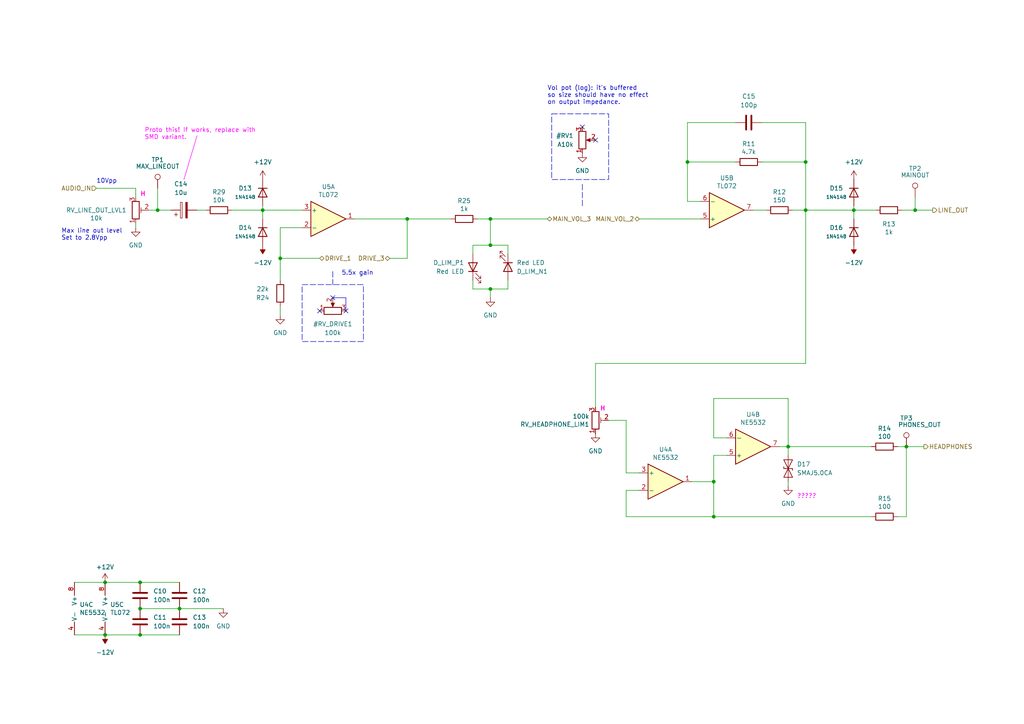
<source format=kicad_sch>
(kicad_sch (version 20250114) (generator "eeschema") (generator_version "9.0")
  (paper "A4")
  (lib_symbols
    (symbol "Amplifier_Operational:NE5532" (pin_names (offset 0.127))
      (property "Reference" "U" (at 0 5.08 0))
      (property "Value" "NE5532" (at 0 -5.08 0))
      (symbol "NE5532_1_1"
        (polyline (pts (xy -5.08 5.08) (xy 5.08 0) (xy -5.08 -5.08) (xy -5.08 5.08)) (stroke (width 0.254)) (fill (type background)))
        (pin input line (at -7.62 2.54 0) (length 2.54) (name "+") (number "3"))
        (pin input line (at -7.62 -2.54 0) (length 2.54) (name "-") (number "2"))
        (pin output line (at 7.62 0 180) (length 2.54) (name "~") (number "1"))
      )
      (symbol "NE5532_2_1"
        (polyline (pts (xy -5.08 5.08) (xy 5.08 0) (xy -5.08 -5.08) (xy -5.08 5.08)) (stroke (width 0.254)) (fill (type background)))
        (pin input line (at -7.62 2.54 0) (length 2.54) (name "+") (number "5"))
        (pin input line (at -7.62 -2.54 0) (length 2.54) (name "-") (number "6"))
        (pin output line (at 7.62 0 180) (length 2.54) (name "~") (number "7"))
      )
      (symbol "NE5532_3_1"
        (pin power_in line (at -2.54 7.62 270) (length 3.81) (name "V+") (number "8"))
        (pin power_in line (at -2.54 -7.62 90) (length 3.81) (name "V-") (number "4"))
      )
    )
    (symbol "Amplifier_Operational:TL072" (pin_names (offset 0.127))
      (property "Reference" "U" (at 0 5.08 0))
      (property "Value" "TL072" (at 0 -5.08 0))
      (symbol "TL072_1_1"
        (polyline (pts (xy -5.08 5.08) (xy 5.08 0) (xy -5.08 -5.08) (xy -5.08 5.08)) (stroke (width 0.254)) (fill (type background)))
        (pin input line (at -7.62 2.54 0) (length 2.54) (name "+") (number "3"))
        (pin input line (at -7.62 -2.54 0) (length 2.54) (name "-") (number "2"))
        (pin output line (at 7.62 0 180) (length 2.54) (name "~") (number "1"))
      )
      (symbol "TL072_2_1"
        (polyline (pts (xy -5.08 5.08) (xy 5.08 0) (xy -5.08 -5.08) (xy -5.08 5.08)) (stroke (width 0.254)) (fill (type background)))
        (pin input line (at -7.62 2.54 0) (length 2.54) (name "+") (number "5"))
        (pin input line (at -7.62 -2.54 0) (length 2.54) (name "-") (number "6"))
        (pin output line (at 7.62 0 180) (length 2.54) (name "~") (number "7"))
      )
      (symbol "TL072_3_1"
        (pin power_in line (at -2.54 7.62 270) (length 3.81) (name "V+") (number "8"))
        (pin power_in line (at -2.54 -7.62 90) (length 3.81) (name "V-") (number "4"))
      )
    )
    (symbol "Connector:TestPoint" (pin_numbers (hide yes)) (pin_names (offset 0.762) (hide yes))
      (property "Reference" "TP" (at 0 6.858 0))
      (property "Value" "TestPoint" (at 0 5.08 0))
      (symbol "TestPoint_0_1"
        (circle (center 0 3.302) (radius 0.762))
      )
      (symbol "TestPoint_1_1"
        (pin passive line (at 0 0 90) (length 2.54) (name "1") (number "1"))
      )
    )
    (symbol "Device:C" (pin_numbers (hide yes)) (pin_names (offset 0.254))
      (property "Reference" "C" (at 0.635 2.54 0))
      (property "Value" "C" (at 0.635 -2.54 0))
      (symbol "C_0_1"
        (polyline (pts (xy -2.032 0.762) (xy 2.032 0.762)) (stroke (width 0.508)))
        (polyline (pts (xy -2.032 -0.762) (xy 2.032 -0.762)) (stroke (width 0.508)))
      )
      (symbol "C_1_1"
        (pin passive line (at 0 3.81 270) (length 2.794) (name "~") (number "1"))
        (pin passive line (at 0 -3.81 90) (length 2.794) (name "~") (number "2"))
      )
    )
    (symbol "Device:C_Polarized" (pin_numbers (hide yes)) (pin_names (offset 0.254))
      (property "Reference" "C" (at 0.635 2.54 0))
      (property "Value" "C_Polarized" (at 0.635 -2.54 0))
      (symbol "C_Polarized_0_1"
        (rectangle (start -2.286 0.508) (end 2.286 1.016))
        (polyline (pts (xy -1.778 2.286) (xy -0.762 2.286)))
        (polyline (pts (xy -1.27 2.794) (xy -1.27 1.778)))
        (rectangle (start 2.286 -0.508) (end -2.286 -1.016) (fill (type outline)))
      )
      (symbol "C_Polarized_1_1"
        (pin passive line (at 0 3.81 270) (length 2.794) (name "~") (number "1"))
        (pin passive line (at 0 -3.81 90) (length 2.794) (name "~") (number "2"))
      )
    )
    (symbol "Device:D" (pin_numbers (hide yes)) (pin_names (offset 1.016) (hide yes))
      (property "Reference" "D" (at 0 2.54 0))
      (property "Value" "D" (at 0 -2.54 0))
      (symbol "D_0_1"
        (polyline (pts (xy -1.27 1.27) (xy -1.27 -1.27)) (stroke (width 0.254)))
        (polyline (pts (xy 1.27 1.27) (xy 1.27 -1.27) (xy -1.27 0) (xy 1.27 1.27)) (stroke (width 0.254)))
        (polyline (pts (xy 1.27 0) (xy -1.27 0)))
      )
      (symbol "D_1_1"
        (pin passive line (at -3.81 0 0) (length 2.54) (name "K") (number "1"))
        (pin passive line (at 3.81 0 180) (length 2.54) (name "A") (number "2"))
      )
    )
    (symbol "Device:R" (pin_numbers (hide yes)) (pin_names (offset 0))
      (property "Reference" "R" (at 2.032 0 90))
      (property "Value" "R" (at 0 0 90))
      (symbol "R_0_1"
        (rectangle (start -1.016 -2.54) (end 1.016 2.54) (stroke (width 0.254)))
      )
      (symbol "R_1_1"
        (pin passive line (at 0 3.81 270) (length 1.27) (name "~") (number "1"))
        (pin passive line (at 0 -3.81 90) (length 1.27) (name "~") (number "2"))
      )
    )
    (symbol "Device:R_Potentiometer" (pin_names (offset 1.016) (hide yes))
      (property "Reference" "RV" (at -4.445 0 90))
      (property "Value" "R_Potentiometer" (at -2.54 0 90))
      (symbol "R_Potentiometer_0_1"
        (rectangle (start 1.016 2.54) (end -1.016 -2.54) (stroke (width 0.254)))
        (polyline (pts (xy 1.143 0) (xy 2.286 0.508) (xy 2.286 -0.508) (xy 1.143 0)) (fill (type outline)))
        (polyline (pts (xy 2.54 0) (xy 1.524 0)))
      )
      (symbol "R_Potentiometer_1_1"
        (pin passive line (at 0 3.81 270) (length 1.27) (name "1") (number "1"))
        (pin passive line (at 0 -3.81 90) (length 1.27) (name "3") (number "3"))
        (pin passive line (at 3.81 0 180) (length 1.27) (name "2") (number "2"))
      )
    )
    (symbol "Device:R_Potentiometer_Trim" (pin_names (offset 1.016) (hide yes))
      (property "Reference" "RV" (at -4.445 0 90))
      (property "Value" "R_Potentiometer_Trim" (at -2.54 0 90))
      (symbol "R_Potentiometer_Trim_0_1"
        (rectangle (start 1.016 2.54) (end -1.016 -2.54) (stroke (width 0.254)))
        (polyline (pts (xy 1.524 0.762) (xy 1.524 -0.762)))
        (polyline (pts (xy 2.54 0) (xy 1.524 0)))
      )
      (symbol "R_Potentiometer_Trim_1_1"
        (pin passive line (at 0 3.81 270) (length 1.27) (name "1") (number "1"))
        (pin passive line (at 0 -3.81 90) (length 1.27) (name "3") (number "3"))
        (pin passive line (at 3.81 0 180) (length 1.27) (name "2") (number "2"))
      )
    )
    (symbol "Diode:SMAJ5.0CA" (pin_numbers (hide yes)) (pin_names (offset 1.016) (hide yes))
      (property "Reference" "D" (at 0 2.54 0))
      (property "Value" "SMAJ5.0CA" (at 0 -2.54 0))
      (symbol "SMAJ5.0CA_0_1"
        (polyline (pts (xy -2.54 -1.27) (xy 0 0) (xy -2.54 1.27) (xy -2.54 -1.27)) (stroke (width 0.2032)))
        (polyline (pts (xy 0.508 1.27) (xy 0 1.27) (xy 0 -1.27) (xy -0.508 -1.27)) (stroke (width 0.2032)))
        (polyline (pts (xy 1.27 0) (xy -1.27 0)))
        (polyline (pts (xy 2.54 1.27) (xy 2.54 -1.27) (xy 0 0) (xy 2.54 1.27)) (stroke (width 0.2032)))
      )
      (symbol "SMAJ5.0CA_1_1"
        (pin passive line (at -3.81 0 0) (length 2.54) (name "A1") (number "1"))
        (pin passive line (at 3.81 0 180) (length 2.54) (name "A2") (number "2"))
      )
    )
    (symbol "LED_1" (pin_numbers (hide yes)) (pin_names (offset 1.016) (hide yes))
      (property "Reference" "D" (at 0 2.54 0))
      (property "Value" "LED" (at 0 -2.54 0))
      (symbol "LED_1_0_1"
        (polyline (pts (xy -3.048 -0.762) (xy -4.572 -2.286) (xy -3.81 -2.286) (xy -4.572 -2.286) (xy -4.572 -1.524)))
        (polyline (pts (xy -1.778 -0.762) (xy -3.302 -2.286) (xy -2.54 -2.286) (xy -3.302 -2.286) (xy -3.302 -1.524)))
        (polyline (pts (xy -1.27 0) (xy 1.27 0)))
        (polyline (pts (xy -1.27 -1.27) (xy -1.27 1.27)) (stroke (width 0.254)))
        (polyline (pts (xy 1.27 -1.27) (xy 1.27 1.27) (xy -1.27 0) (xy 1.27 -1.27)) (stroke (width 0.254)))
      )
      (symbol "LED_1_1_1"
        (pin passive line (at -3.81 0 0) (length 2.54) (name "K") (number "1"))
        (pin passive line (at 3.81 0 180) (length 2.54) (name "A") (number "2"))
      )
    )
    (symbol "power:+12V" (power) (pin_numbers (hide yes)) (pin_names (offset 0) (hide yes))
      (property "Value" "+12V" (at 0 3.556 0))
      (symbol "+12V_0_1"
        (polyline (pts (xy -0.762 1.27) (xy 0 2.54)))
        (polyline (pts (xy 0 2.54) (xy 0.762 1.27)))
        (polyline (pts (xy 0 0) (xy 0 2.54)))
      )
      (symbol "+12V_1_1"
        (pin power_in line (at 0 0 90) (length 0) (name "~") (number "1"))
      )
    )
    (symbol "power:-12V" (power) (pin_numbers (hide yes)) (pin_names (offset 0) (hide yes))
      (property "Value" "-12V" (at 0 3.556 0))
      (symbol "-12V_0_0"
        (pin power_in line (at 0 0 90) (length 0) (name "~") (number "1"))
      )
      (symbol "-12V_0_1"
        (polyline (pts (xy 0 0) (xy 0 1.27) (xy 0.762 1.27) (xy 0 2.54) (xy -0.762 1.27) (xy 0 1.27)) (fill (type outline)))
      )
    )
    (symbol "power:GND" (power) (pin_numbers (hide yes)) (pin_names (offset 0) (hide yes))
      (property "Value" "GND" (at 0 -3.81 0))
      (symbol "GND_0_1"
        (polyline (pts (xy 0 0) (xy 0 -1.27) (xy 1.27 -1.27) (xy 0 -2.54) (xy -1.27 -1.27) (xy 0 -1.27)))
      )
      (symbol "GND_1_1"
        (pin power_in line (at 0 0 270) (length 0) (name "~") (number "1"))
      )
    )
  )
  (rectangle (start 160.02 33.02) (end 176.53 52.07) (stroke (width 0) (type dash)))
  (rectangle (start 87.63 82.55) (end 105.41 99.06) (stroke (width 0) (type dash)))
  (text "H" (at 173.99 119.38 0) (effects (font (size 1.27 1.27) (thickness 0.254) (bold yes)) (justify left bottom)))
  (text "Vol pot (log): it's buffered\nso size should have no effect\non output impedance." (at 158.75 30.48 0) (effects (font (size 1.27 1.27)) (justify left bottom)))
  (text "H" (at 40.64 57.15 0) (effects (font (size 1.27 1.27) (thickness 0.254) (bold yes)) (justify left bottom)))
  (text "5.5x gain" (at 99.06 80.01 0) (effects (font (size 1.27 1.27)) (justify left bottom)))
  (text "Proto this! If works, replace with\nSMD variant." (at 41.91 40.64 0) (effects (font (size 1.27 1.27)) (justify left bottom)))
  (text "Max line out level\nSet to 2.8Vpp" (at 17.78 69.85 0) (effects (font (size 1.27 1.27)) (justify left bottom)))
  (text "10Vpp" (at 27.94 53.34 0) (effects (font (size 1.27 1.27)) (justify left bottom)))
  (text "?????" (at 231.14 144.78 0) (effects (font (size 1.27 1.27)) (justify left bottom)))
  (junction (at 76.2 60.96))
  (junction (at 247.65 60.96))
  (junction (at 233.68 60.96))
  (junction (at 142.24 83.82))
  (junction (at 40.64 176.53))
  (junction (at 233.68 46.99))
  (junction (at 207.01 149.86))
  (junction (at 30.48 184.15))
  (junction (at 199.39 46.99))
  (junction (at 262.89 129.54))
  (junction (at 81.28 74.93))
  (junction (at 30.48 168.91))
  (junction (at 40.64 184.15))
  (junction (at 142.24 63.5))
  (junction (at 265.43 60.96))
  (junction (at 52.07 176.53))
  (junction (at 228.6 129.54))
  (junction (at 118.11 63.5))
  (junction (at 207.01 139.7))
  (junction (at 40.64 168.91))
  (junction (at 45.72 60.96))
  (junction (at 142.24 71.12))
  (no_connect (at 168.91 36.83))
  (no_connect (at 96.52 86.36))
  (no_connect (at 172.72 40.64))
  (no_connect (at 100.33 90.17))
  (no_connect (at 92.71 90.17))
  (wire (pts (xy 102.87 63.5) (xy 118.11 63.5)))
  (wire (pts (xy 247.65 59.69) (xy 247.65 60.96)))
  (wire (pts (xy 260.35 129.54) (xy 262.89 129.54)))
  (wire (pts (xy 181.61 121.92) (xy 181.61 137.16)))
  (wire (pts (xy 228.6 129.54) (xy 228.6 132.08)))
  (wire (pts (xy 30.48 168.91) (xy 21.59 168.91)))
  (wire (pts (xy 233.68 60.96) (xy 229.87 60.96)))
  (wire (pts (xy 233.68 105.41) (xy 172.72 105.41)))
  (wire (pts (xy 218.44 60.96) (xy 222.25 60.96)))
  (wire (pts (xy 147.32 71.12) (xy 147.32 73.66)))
  (wire (pts (xy 118.11 63.5) (xy 130.81 63.5)))
  (polyline (pts (xy 96.52 86.36) (xy 100.33 86.36)))
  (wire (pts (xy 118.11 63.5) (xy 118.11 74.93)))
  (wire (pts (xy 30.48 168.91) (xy 40.64 168.91)))
  (wire (pts (xy 137.16 83.82) (xy 142.24 83.82)))
  (wire (pts (xy 199.39 46.99) (xy 213.36 46.99)))
  (wire (pts (xy 185.42 142.24) (xy 181.61 142.24)))
  (wire (pts (xy 247.65 60.96) (xy 247.65 63.5)))
  (wire (pts (xy 43.18 60.96) (xy 45.72 60.96)))
  (wire (pts (xy 40.64 184.15) (xy 52.07 184.15)))
  (wire (pts (xy 207.01 115.57) (xy 228.6 115.57)))
  (wire (pts (xy 233.68 35.56) (xy 233.68 46.99)))
  (wire (pts (xy 142.24 63.5) (xy 142.24 71.12)))
  (wire (pts (xy 228.6 129.54) (xy 226.06 129.54)))
  (wire (pts (xy 199.39 58.42) (xy 203.2 58.42)))
  (wire (pts (xy 262.89 129.54) (xy 267.97 129.54)))
  (wire (pts (xy 213.36 35.56) (xy 199.39 35.56)))
  (wire (pts (xy 138.43 63.5) (xy 142.24 63.5)))
  (wire (pts (xy 220.98 35.56) (xy 233.68 35.56)))
  (wire (pts (xy 137.16 71.12) (xy 137.16 73.66)))
  (wire (pts (xy 210.82 132.08) (xy 207.01 132.08)))
  (wire (pts (xy 137.16 81.28) (xy 137.16 83.82)))
  (wire (pts (xy 39.37 57.15) (xy 39.37 54.61)))
  (wire (pts (xy 40.64 176.53) (xy 52.07 176.53)))
  (wire (pts (xy 142.24 86.36) (xy 142.24 83.82)))
  (wire (pts (xy 40.64 168.91) (xy 52.07 168.91)))
  (wire (pts (xy 261.62 60.96) (xy 265.43 60.96)))
  (wire (pts (xy 176.53 121.92) (xy 181.61 121.92)))
  (wire (pts (xy 45.72 54.61) (xy 45.72 60.96)))
  (wire (pts (xy 87.63 66.04) (xy 81.28 66.04)))
  (wire (pts (xy 142.24 63.5) (xy 158.75 63.5)))
  (wire (pts (xy 228.6 129.54) (xy 252.73 129.54)))
  (wire (pts (xy 207.01 149.86) (xy 207.01 139.7)))
  (wire (pts (xy 181.61 149.86) (xy 207.01 149.86)))
  (wire (pts (xy 199.39 58.42) (xy 199.39 46.99)))
  (wire (pts (xy 207.01 132.08) (xy 207.01 139.7)))
  (polyline (pts (xy 100.33 86.36) (xy 100.33 90.17)))
  (wire (pts (xy 233.68 60.96) (xy 247.65 60.96)))
  (wire (pts (xy 233.68 46.99) (xy 233.68 60.96)))
  (wire (pts (xy 185.42 137.16) (xy 181.61 137.16)))
  (wire (pts (xy 52.07 176.53) (xy 64.77 176.53)))
  (wire (pts (xy 252.73 149.86) (xy 207.01 149.86)))
  (wire (pts (xy 210.82 127) (xy 207.01 127)))
  (polyline (pts (xy 168.91 59.69) (xy 168.91 53.34)) (stroke (width 0) (type dash)))
  (wire (pts (xy 265.43 57.15) (xy 265.43 60.96)))
  (wire (pts (xy 76.2 60.96) (xy 87.63 60.96)))
  (polyline (pts (xy 96.52 78.74) (xy 96.52 82.55)) (stroke (width 0) (type dash)))
  (wire (pts (xy 57.15 60.96) (xy 59.69 60.96)))
  (polyline (pts (xy 53.34 52.07) (xy 57.15 39.37)) (stroke (width 0) (type solid) (color 255 0 255 1)))
  (wire (pts (xy 81.28 74.93) (xy 81.28 81.28)))
  (wire (pts (xy 228.6 115.57) (xy 228.6 129.54)))
  (wire (pts (xy 27.94 54.61) (xy 39.37 54.61)))
  (wire (pts (xy 21.59 184.15) (xy 30.48 184.15)))
  (wire (pts (xy 220.98 46.99) (xy 233.68 46.99)))
  (wire (pts (xy 199.39 35.56) (xy 199.39 46.99)))
  (wire (pts (xy 76.2 60.96) (xy 76.2 63.5)))
  (wire (pts (xy 39.37 66.04) (xy 39.37 64.77)))
  (wire (pts (xy 247.65 60.96) (xy 254 60.96)))
  (wire (pts (xy 67.31 60.96) (xy 76.2 60.96)))
  (wire (pts (xy 76.2 59.69) (xy 76.2 60.96)))
  (wire (pts (xy 172.72 105.41) (xy 172.72 118.11)))
  (wire (pts (xy 81.28 74.93) (xy 92.71 74.93)))
  (wire (pts (xy 147.32 71.12) (xy 142.24 71.12)))
  (wire (pts (xy 45.72 60.96) (xy 49.53 60.96)))
  (wire (pts (xy 260.35 149.86) (xy 262.89 149.86)))
  (wire (pts (xy 207.01 127) (xy 207.01 115.57)))
  (wire (pts (xy 142.24 83.82) (xy 147.32 83.82)))
  (wire (pts (xy 118.11 74.93) (xy 113.03 74.93)))
  (wire (pts (xy 30.48 184.15) (xy 40.64 184.15)))
  (wire (pts (xy 81.28 66.04) (xy 81.28 74.93)))
  (wire (pts (xy 262.89 129.54) (xy 262.89 149.86)))
  (wire (pts (xy 207.01 139.7) (xy 200.66 139.7)))
  (wire (pts (xy 147.32 83.82) (xy 147.32 81.28)))
  (wire (pts (xy 81.28 91.44) (xy 81.28 88.9)))
  (wire (pts (xy 181.61 142.24) (xy 181.61 149.86)))
  (wire (pts (xy 185.42 63.5) (xy 203.2 63.5)))
  (wire (pts (xy 233.68 60.96) (xy 233.68 105.41)))
  (wire (pts (xy 265.43 60.96) (xy 270.51 60.96)))
  (wire (pts (xy 142.24 71.12) (xy 137.16 71.12)))
  (wire (pts (xy 228.6 139.7) (xy 228.6 140.97)))
  (hierarchical_label "MAIN_VOL_2" (shape bidirectional) (at 185.42 63.5 180))
  (hierarchical_label "HEADPHONES" (shape output) (at 267.97 129.54 0))
  (hierarchical_label "MAIN_VOL_3" (shape bidirectional) (at 158.75 63.5 0))
  (hierarchical_label "AUDIO_IN" (shape input) (at 27.94 54.61 180))
  (hierarchical_label "DRIVE_3" (shape bidirectional) (at 113.03 74.93 180))
  (hierarchical_label "DRIVE_1" (shape bidirectional) (at 92.71 74.93 0))
  (hierarchical_label "LINE_OUT" (shape output) (at 270.51 60.96 0))
  (symbol (lib_id "power:GND") (at 168.91 44.45 0) (unit 1)
    (property "Reference" "#PWR037" (effects (hide yes)))
    (property "Value" "GND" (at 168.91 49.53 0))
    (property "Description" "Power symbol creates a global label with name \"GND\" , ground" (effects (hide yes)))
  )
  (symbol (lib_id "Amplifier_Operational:NE5532") (at 218.44 129.54 0) (mirror x) (unit 2)
    (property "Reference" "U4" (at 218.44 120.2182 0))
    (property "Value" "NE5532" (at 218.44 122.5296 0))
    (property "Footprint" "Package_SO:SOIC-8_3.9x4.9mm_P1.27mm" (effects (hide yes)))
    (property "Datasheet" "http://www.ti.com/lit/ds/symlink/ne5532.pdf" (effects (hide yes)))
    (property "LCSC" "C7426" (effects (hide yes)))
    (property "Vendor" "JLCPCB" (effects (hide yes)))
  )
  (symbol (lib_id "power:-12V") (at 30.48 184.15 180) (unit 1)
    (property "Reference" "#PWR023" (effects (hide yes)))
    (property "Value" "-12V" (at 30.48 189.23 0))
    (property "Description" "Power symbol creates a global label with name \"-12V\"" (effects (hide yes)))
  )
  (symbol (lib_id "Device:R") (at 217.17 46.99 270) (unit 1)
    (property "Reference" "R11" (at 217.17 41.7322 90))
    (property "Value" "4.7k" (at 217.17 44.0436 90))
    (property "Footprint" "Resistor_SMD:R_0603_1608Metric" (effects (hide yes)))
    (property "LCSC" "C23162" (effects (hide yes)))
    (property "Vendor" "JLCPCB" (effects (hide yes)))
  )
  (symbol (lib_id "power:+12V") (at 30.48 168.91 0) (unit 1)
    (property "Reference" "#PWR022" (effects (hide yes)))
    (property "Value" "+12V" (at 30.48 164.465 0))
    (property "Description" "Power symbol creates a global label with name \"+12V\"" (effects (hide yes)))
  )
  (symbol (lib_id "Diode:SMAJ5.0CA") (at 228.6 135.89 90) (unit 1)
    (property "Reference" "D17" (at 231.14 134.6199 90) (effects (justify right)))
    (property "Value" "SMAJ5.0CA" (at 231.14 137.1599 90) (effects (justify right)))
    (property "Footprint" "Diode_SMD:D_SMA" (effects (hide yes)))
    (property "Datasheet" "https://www.littelfuse.com/media?resourcetype=datasheets&itemid=75e32973-b177-4ee3-a0ff-cedaf1abdb93&filename=smaj-datasheet" (effects (hide yes)))
    (property "Description" "400W bidirectional Transient Voltage Suppressor, 5.0Vr, SMA(DO-214AC)" (effects (hide yes)))
  )
  (symbol (lib_id "power:GND") (at 172.72 125.73 0) (unit 1)
    (property "Reference" "#PWR029" (effects (hide yes)))
    (property "Value" "GND" (at 172.72 130.81 0))
    (property "Description" "Power symbol creates a global label with name \"GND\" , ground" (effects (hide yes)))
  )
  (symbol (lib_id "Connector:TestPoint") (at 262.89 129.54 0) (unit 1) (in_bom no)
    (property "Reference" "TP3" (at 262.89 121.285 0))
    (property "Value" "PHONES_OUT" (at 266.7 123.19 0))
    (property "Footprint" "TestPoint:TestPoint_THTPad_2.0x2.0mm_Drill1.0mm" (effects (hide yes)))
  )
  (symbol (lib_id "Device:R") (at 134.62 63.5 270) (unit 1)
    (property "Reference" "R25" (at 134.62 58.2422 90))
    (property "Value" "1k" (at 134.62 60.5536 90))
    (property "Footprint" "Resistor_SMD:R_0603_1608Metric" (effects (hide yes)))
    (property "LCSC" "C21190" (effects (hide yes)))
    (property "Vendor" "JLCPCB" (effects (hide yes)))
  )
  (symbol (lib_id "Device:D") (at 247.65 67.31 90) (mirror x) (unit 1)
    (property "Reference" "D16" (at 242.57 66.04 90))
    (property "Value" "1N4148" (at 242.57 68.58 90) (effects (font (size 1 1))))
    (property "Footprint" "Diode_SMD:D_SOD-123" (effects (hide yes)))
    (property "LCSC" "C81598" (effects (hide yes)))
    (property "Sim.Device" "D" (effects (hide yes)))
    (property "Sim.Pins" "1=K 2=A" (effects (hide yes)))
    (property "Vendor" "JLCPCB" (effects (hide yes)))
  )
  (symbol (lib_id "Device:C") (at 217.17 35.56 90) (unit 1)
    (property "Reference" "C15" (at 217.17 27.94 90))
    (property "Value" "100p" (at 217.17 30.48 90))
    (property "Footprint" "Capacitor_SMD:C_0603_1608Metric" (effects (hide yes)))
    (property "LCSC" "C14858" (effects (hide yes)))
    (property "Vendor" "JLCPCB" (effects (hide yes)))
  )
  (symbol (lib_id "power:-12V") (at 76.2 71.12 180) (unit 1)
    (property "Reference" "#PWR050" (effects (hide yes)))
    (property "Value" "-12V" (at 76.2 76.2 0))
    (property "Description" "Power symbol creates a global label with name \"-12V\"" (effects (hide yes)))
  )
  (symbol (lib_id "power:+12V") (at 247.65 52.07 0) (unit 1)
    (property "Reference" "#PWR051" (effects (hide yes)))
    (property "Value" "+12V" (at 247.65 46.99 0))
    (property "Description" "Power symbol creates a global label with name \"+12V\"" (effects (hide yes)))
  )
  (symbol (lib_id "Amplifier_Operational:TL072") (at 33.02 176.53 0) (unit 3)
    (property "Reference" "U5" (at 31.9532 175.3616 0) (effects (justify left)))
    (property "Value" "TL072" (at 31.9532 177.673 0) (effects (justify left)))
    (property "Footprint" "Package_SO:SOIC-8_3.9x4.9mm_P1.27mm" (effects (hide yes)))
    (property "Datasheet" "http://www.ti.com/lit/ds/symlink/tl071.pdf" (effects (hide yes)))
    (property "LCSC" "C6961" (effects (hide yes)))
    (property "Vendor" "JLCPCB" (effects (hide yes)))
  )
  (symbol (lib_id "Amplifier_Operational:NE5532") (at 24.13 176.53 0) (unit 3)
    (property "Reference" "U4" (at 23.0632 175.3616 0) (effects (justify left)))
    (property "Value" "NE5532" (at 23.0632 177.673 0) (effects (justify left)))
    (property "Footprint" "Package_SO:SOIC-8_3.9x4.9mm_P1.27mm" (effects (hide yes)))
    (property "Datasheet" "http://www.ti.com/lit/ds/symlink/ne5532.pdf" (effects (hide yes)))
    (property "LCSC" "C7426" (effects (hide yes)))
    (property "Vendor" "JLCPCB" (effects (hide yes)))
  )
  (symbol (lib_id "power:GND") (at 81.28 91.44 0) (unit 1)
    (property "Reference" "#PWR026" (effects (hide yes)))
    (property "Value" "GND" (at 81.28 96.52 0))
    (property "Description" "Power symbol creates a global label with name \"GND\" , ground" (effects (hide yes)))
  )
  (symbol (lib_name "LED_1") (lib_id "Device:LED") (at 137.16 77.47 90) (unit 1)
    (property "Reference" "D_LIM_P1" (at 134.62 76.2 90) (effects (justify left)))
    (property "Value" "Red LED" (at 134.62 78.74 90) (effects (justify left)))
    (property "Footprint" "LED_THT:LED_D5.0mm" (effects (hide yes)))
    (property "Description" "Light emitting diode" (effects (hide yes)))
    (property "Sim.Pins" "1=K 2=A" (effects (hide yes)))
  )
  (symbol (lib_id "Connector:TestPoint") (at 45.72 54.61 0) (unit 1) (in_bom no)
    (property "Reference" "TP1" (at 45.72 46.355 0))
    (property "Value" "MAX_LINEOUT" (at 45.72 48.26 0))
    (property "Footprint" "TestPoint:TestPoint_THTPad_D1.5mm_Drill0.7mm" (effects (hide yes)))
  )
  (symbol (lib_id "power:GND") (at 64.77 176.53 0) (unit 1)
    (property "Reference" "#PWR025" (effects (hide yes)))
    (property "Value" "GND" (at 64.77 181.61 0))
    (property "Description" "Power symbol creates a global label with name \"GND\" , ground" (effects (hide yes)))
  )
  (symbol (lib_id "Device:R_Potentiometer_Trim") (at 39.37 60.96 0) (mirror x) (unit 1)
    (property "Reference" "RV_LINE_OUT_LVL1" (at 27.94 60.96 0))
    (property "Value" "10k" (at 27.94 63.2714 0))
    (property "Footprint" "Potentiometer_THT:Potentiometer_ACP_CA6-H2,5_Horizontal" (effects (hide yes)))
    (property "Part No." "531-PT6KH-10K " (effects (hide yes)))
    (property "Part URL" "https://mou.sr/4gcYhlU" (effects (hide yes)))
    (property "Vendor" "Mouser" (effects (hide yes)))
  )
  (symbol (lib_id "Device:C") (at 52.07 180.34 0) (unit 1)
    (property "Reference" "C13" (at 55.88 179.07 0) (effects (justify left)))
    (property "Value" "100n" (at 55.88 181.61 0) (effects (justify left)))
    (property "Footprint" "Capacitor_SMD:C_0603_1608Metric" (effects (hide yes)))
    (property "LCSC" "C14663" (effects (hide yes)))
    (property "Vendor" "JLCPCB" (effects (hide yes)))
  )
  (symbol (lib_id "power:+12V") (at 76.2 52.07 0) (unit 1)
    (property "Reference" "#PWR049" (effects (hide yes)))
    (property "Value" "+12V" (at 76.2 46.99 0))
    (property "Description" "Power symbol creates a global label with name \"+12V\"" (effects (hide yes)))
  )
  (symbol (lib_id "power:-12V") (at 247.65 71.12 180) (unit 1)
    (property "Reference" "#PWR052" (effects (hide yes)))
    (property "Value" "-12V" (at 247.65 76.2 0))
    (property "Description" "Power symbol creates a global label with name \"-12V\"" (effects (hide yes)))
  )
  (symbol (lib_id "power:GND") (at 142.24 86.36 0) (unit 1)
    (property "Reference" "#PWR028" (effects (hide yes)))
    (property "Value" "GND" (at 142.24 91.44 0))
    (property "Description" "Power symbol creates a global label with name \"GND\" , ground" (effects (hide yes)))
  )
  (symbol (lib_id "Device:R") (at 81.28 85.09 180) (unit 1)
    (property "Reference" "R24" (at 76.2 86.36 0))
    (property "Value" "22k" (at 76.2 83.82 0))
    (property "Footprint" "Resistor_SMD:R_0603_1608Metric" (effects (hide yes)))
    (property "Vendor" "JLCPCB" (effects (hide yes)))
  )
  (symbol (lib_id "Device:C") (at 52.07 172.72 0) (unit 1)
    (property "Reference" "C12" (at 55.88 171.45 0) (effects (justify left)))
    (property "Value" "100n" (at 55.88 173.99 0) (effects (justify left)))
    (property "Footprint" "Capacitor_SMD:C_0603_1608Metric" (effects (hide yes)))
    (property "LCSC" "C14663" (effects (hide yes)))
    (property "Vendor" "JLCPCB" (effects (hide yes)))
  )
  (symbol (lib_id "Device:R_Potentiometer") (at 96.52 90.17 90) (unit 1)
    (property "Reference" "#RV_DRIVE1" (at 96.52 93.98 90))
    (property "Value" "100k" (at 96.52 96.52 90))
    (property "Description" "Potentiometer" (effects (hide yes)))
  )
  (symbol (lib_id "Device:R") (at 226.06 60.96 270) (unit 1)
    (property "Reference" "R12" (at 226.06 55.7022 90))
    (property "Value" "150" (at 226.06 58.0136 90))
    (property "Footprint" "Resistor_SMD:R_0603_1608Metric" (effects (hide yes)))
    (property "LCSC" "C22808" (effects (hide yes)))
    (property "Vendor" "JLCPCB" (effects (hide yes)))
  )
  (symbol (lib_id "Amplifier_Operational:TL072") (at 210.82 60.96 0) (mirror x) (unit 2)
    (property "Reference" "U5" (at 210.82 51.6382 0))
    (property "Value" "TL072" (at 210.82 53.9496 0))
    (property "Footprint" "Package_SO:SOIC-8_3.9x4.9mm_P1.27mm" (effects (hide yes)))
    (property "Datasheet" "http://www.ti.com/lit/ds/symlink/tl071.pdf" (effects (hide yes)))
    (property "LCSC" "C6961" (effects (hide yes)))
    (property "Vendor" "JLCPCB" (effects (hide yes)))
  )
  (symbol (lib_id "Device:D") (at 76.2 67.31 90) (mirror x) (unit 1)
    (property "Reference" "D14" (at 71.12 66.04 90))
    (property "Value" "1N4148" (at 71.12 68.58 90) (effects (font (size 1 1))))
    (property "Footprint" "Diode_SMD:D_SOD-123" (effects (hide yes)))
    (property "LCSC" "C81598" (effects (hide yes)))
    (property "Sim.Device" "D" (effects (hide yes)))
    (property "Sim.Pins" "1=K 2=A" (effects (hide yes)))
    (property "Vendor" "JLCPCB" (effects (hide yes)))
  )
  (symbol (lib_id "Device:R_Potentiometer_Trim") (at 172.72 121.92 0) (mirror x) (unit 1)
    (property "Reference" "RV_HEADPHONE_LIM1" (at 170.942 123.0884 0) (effects (justify right)))
    (property "Value" "100k" (at 170.942 120.777 0) (effects (justify right)))
    (property "Footprint" "Potentiometer_THT:Potentiometer_ACP_CA6-H2,5_Horizontal" (effects (hide yes)))
    (property "Part No." "531-PT6KH104A1010PM " (effects (hide yes)))
    (property "Part URL" "https://mou.sr/49zQlIS" (effects (hide yes)))
    (property "Vendor" "Mouser" (effects (hide yes)))
  )
  (symbol (lib_id "Device:C") (at 40.64 180.34 0) (unit 1)
    (property "Reference" "C11" (at 44.45 179.07 0) (effects (justify left)))
    (property "Value" "100n" (at 44.45 181.61 0) (effects (justify left)))
    (property "Footprint" "Capacitor_SMD:C_0603_1608Metric" (effects (hide yes)))
    (property "LCSC" "C14663" (effects (hide yes)))
    (property "Vendor" "JLCPCB" (effects (hide yes)))
  )
  (symbol (lib_id "power:GND") (at 228.6 140.97 0) (unit 1)
    (property "Reference" "#PWR053" (effects (hide yes)))
    (property "Value" "GND" (at 228.6 146.05 0))
    (property "Description" "Power symbol creates a global label with name \"GND\" , ground" (effects (hide yes)))
  )
  (symbol (lib_id "Amplifier_Operational:NE5532") (at 193.04 139.7 0) (unit 1)
    (property "Reference" "U4" (at 193.04 130.3782 0))
    (property "Value" "NE5532" (at 193.04 132.6896 0))
    (property "Footprint" "Package_SO:SOIC-8_3.9x4.9mm_P1.27mm" (effects (hide yes)))
    (property "Datasheet" "http://www.ti.com/lit/ds/symlink/ne5532.pdf" (effects (hide yes)))
    (property "LCSC" "C7426" (effects (hide yes)))
    (property "Vendor" "JLCPCB" (effects (hide yes)))
  )
  (symbol (lib_id "Device:R") (at 256.54 129.54 270) (unit 1)
    (property "Reference" "R14" (at 256.54 124.2822 90))
    (property "Value" "100" (at 256.54 126.5936 90))
    (property "Footprint" "Resistor_SMD:R_0603_1608Metric" (effects (hide yes)))
    (property "LCSC" "C22775" (effects (hide yes)))
    (property "Vendor" "JLCPCB" (effects (hide yes)))
  )
  (symbol (lib_id "Device:R_Potentiometer") (at 168.91 40.64 0) (mirror x) (unit 1)
    (property "Reference" "#RV1" (at 166.37 39.3699 0) (effects (justify right)))
    (property "Value" "A10k" (at 166.37 41.9099 0) (effects (justify right)))
    (property "Description" "Potentiometer" (effects (hide yes)))
  )
  (symbol (lib_id "Device:R") (at 257.81 60.96 90) (unit 1)
    (property "Reference" "R13" (at 257.81 64.9986 90))
    (property "Value" "1k" (at 257.81 67.31 90))
    (property "Footprint" "Resistor_SMD:R_0603_1608Metric" (effects (hide yes)))
    (property "LCSC" "C21190" (effects (hide yes)))
    (property "Vendor" "JLCPCB" (effects (hide yes)))
  )
  (symbol (lib_id "power:GND") (at 39.37 66.04 0) (unit 1)
    (property "Reference" "#PWR024" (effects (hide yes)))
    (property "Value" "GND" (at 39.37 71.12 0))
    (property "Description" "Power symbol creates a global label with name \"GND\" , ground" (effects (hide yes)))
  )
  (symbol (lib_id "Device:D") (at 76.2 55.88 90) (mirror x) (unit 1)
    (property "Reference" "D13" (at 71.12 54.61 90))
    (property "Value" "1N4148" (at 71.12 57.15 90) (effects (font (size 1 1))))
    (property "Footprint" "Diode_SMD:D_SOD-123" (effects (hide yes)))
    (property "LCSC" "C81598" (effects (hide yes)))
    (property "Sim.Device" "D" (effects (hide yes)))
    (property "Sim.Pins" "1=K 2=A" (effects (hide yes)))
    (property "Vendor" "JLCPCB" (effects (hide yes)))
  )
  (symbol (lib_name "LED_1") (lib_id "Device:LED") (at 147.32 77.47 270) (unit 1)
    (property "Reference" "D_LIM_N1" (at 149.86 78.74 90) (effects (justify left)))
    (property "Value" "Red LED" (at 149.86 76.2 90) (effects (justify left)))
    (property "Footprint" "LED_THT:LED_D3.0mm" (effects (hide yes)))
    (property "Description" "Light emitting diode" (effects (hide yes)))
    (property "Sim.Pins" "1=K 2=A" (effects (hide yes)))
  )
  (symbol (lib_id "Connector:TestPoint") (at 265.43 57.15 0) (unit 1) (in_bom no)
    (property "Reference" "TP2" (at 265.43 48.895 0))
    (property "Value" "MAINOUT" (at 265.43 50.8 0))
    (property "Footprint" "TestPoint:TestPoint_THTPad_2.0x2.0mm_Drill1.0mm" (effects (hide yes)))
  )
  (symbol (lib_id "Device:D") (at 247.65 55.88 90) (mirror x) (unit 1)
    (property "Reference" "D15" (at 242.57 54.61 90))
    (property "Value" "1N4148" (at 242.57 57.15 90) (effects (font (size 1 1))))
    (property "Footprint" "Diode_SMD:D_SOD-123" (effects (hide yes)))
    (property "LCSC" "C81598" (effects (hide yes)))
    (property "Sim.Device" "D" (effects (hide yes)))
    (property "Sim.Pins" "1=K 2=A" (effects (hide yes)))
    (property "Vendor" "JLCPCB" (effects (hide yes)))
  )
  (symbol (lib_id "Device:R") (at 256.54 149.86 270) (unit 1)
    (property "Reference" "R15" (at 256.54 144.6022 90))
    (property "Value" "100" (at 256.54 146.9136 90))
    (property "Footprint" "Resistor_SMD:R_0603_1608Metric" (effects (hide yes)))
    (property "LCSC" "C22775" (effects (hide yes)))
    (property "Vendor" "JLCPCB" (effects (hide yes)))
  )
  (symbol (lib_id "Device:C") (at 40.64 172.72 0) (unit 1)
    (property "Reference" "C10" (at 44.45 171.45 0) (effects (justify left)))
    (property "Value" "100n" (at 44.45 173.99 0) (effects (justify left)))
    (property "Footprint" "Capacitor_SMD:C_0603_1608Metric" (effects (hide yes)))
    (property "LCSC" "C14663" (effects (hide yes)))
    (property "Vendor" "JLCPCB" (effects (hide yes)))
  )
  (symbol (lib_id "Device:R") (at 63.5 60.96 270) (unit 1)
    (property "Reference" "R29" (at 63.5 55.7022 90))
    (property "Value" "10k" (at 63.5 58.0136 90))
    (property "Footprint" "Resistor_SMD:R_0603_1608Metric" (effects (hide yes)))
    (property "LCSC" "C21190" (effects (hide yes)))
    (property "Vendor" "JLCPCB" (effects (hide yes)))
  )
  (symbol (lib_id "Device:C_Polarized") (at 53.34 60.96 90) (unit 1)
    (property "Reference" "C14" (at 52.451 53.34 90))
    (property "Value" "10u" (at 52.451 55.88 90))
    (property "Footprint" "Capacitor_THT:CP_Radial_D5.0mm_P2.00mm" (effects (hide yes)))
    (property "Description" "Polarized capacitor" (effects (hide yes)))
  )
  (symbol (lib_id "Amplifier_Operational:TL072") (at 95.25 63.5 0) (unit 1)
    (property "Reference" "U5" (at 95.25 54.1782 0))
    (property "Value" "TL072" (at 95.25 56.4896 0))
    (property "Footprint" "Package_SO:SOIC-8_3.9x4.9mm_P1.27mm" (effects (hide yes)))
    (property "Datasheet" "http://www.ti.com/lit/ds/symlink/tl071.pdf" (effects (hide yes)))
    (property "LCSC" "C6961" (effects (hide yes)))
    (property "Vendor" "JLCPCB" (effects (hide yes)))
  )
)
</source>
